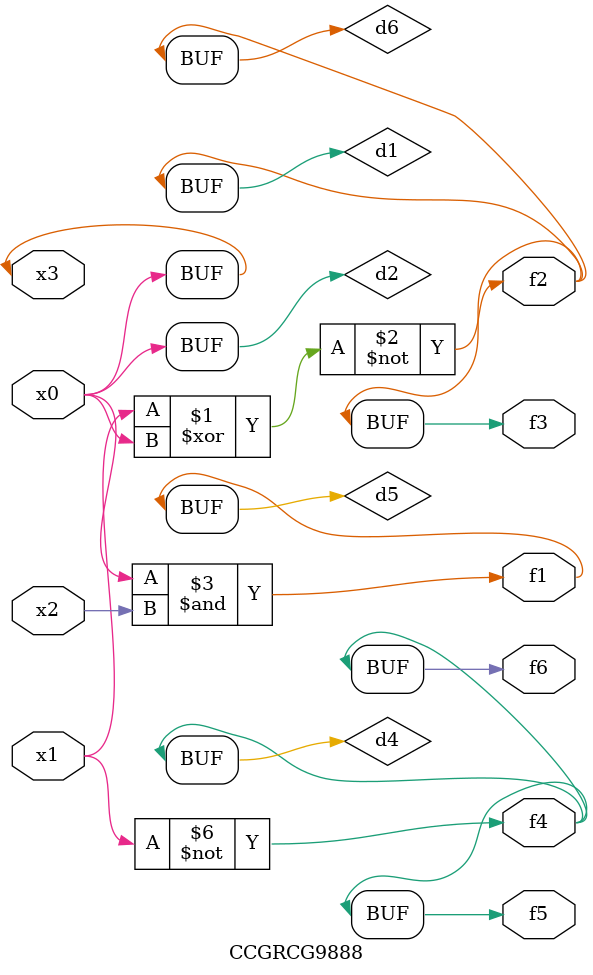
<source format=v>
module CCGRCG9888(
	input x0, x1, x2, x3,
	output f1, f2, f3, f4, f5, f6
);

	wire d1, d2, d3, d4, d5, d6;

	xnor (d1, x1, x3);
	buf (d2, x0, x3);
	nand (d3, x0, x2);
	not (d4, x1);
	nand (d5, d3);
	or (d6, d1);
	assign f1 = d5;
	assign f2 = d6;
	assign f3 = d6;
	assign f4 = d4;
	assign f5 = d4;
	assign f6 = d4;
endmodule

</source>
